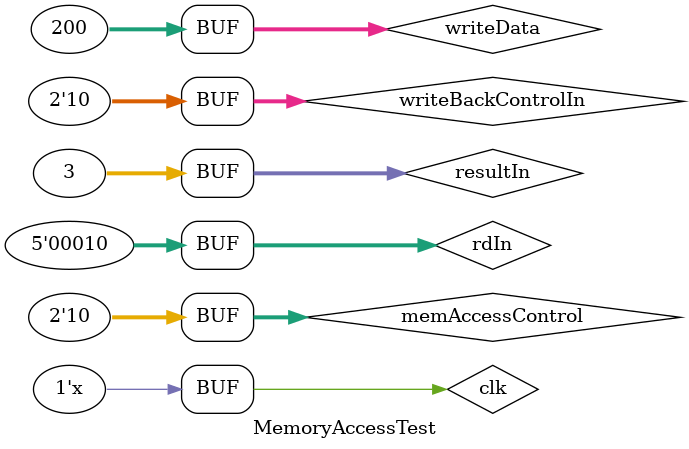
<source format=v>
`timescale 1ns / 1ps


module MemoryAccessTest;

	// Inputs
	reg [1:0] writeBackControlIn;
	reg [1:0] memAccessControl;
	reg [31:0] resultIn;
	reg [31:0] writeData;
	reg [4:0] rdIn;
	reg clk;

	// Outputs
	wire [1:0] writeBackControlOut;
	wire [31:0] readData;
	wire [31:0] resultOut;
	wire [4:0] rdOut;

	// Instantiate the Unit Under Test (UUT)
	MemoryAccess uut (
		.writeBackControlIn(writeBackControlIn), 
		.memAccessControl(memAccessControl), 
		.resultIn(resultIn), 
		.writeData(writeData), 
		.rdIn(rdIn), 
		.clk(clk), 
		.writeBackControlOut(writeBackControlOut), 
		.readData(readData), 
		.resultOut(resultOut), 
		.rdOut(rdOut)
	);

	initial begin
		clk = 0;
		
		#5 writeBackControlIn = 0;
		memAccessControl = 2;
		resultIn = 100;
		writeData = 20;
		rdIn = 5;
		
		#40 writeBackControlIn = 1;
		memAccessControl = 1;
		resultIn = 3;
		writeData = 200;
		rdIn = 1;
		
		#40 writeBackControlIn = 2;
		memAccessControl = 2;
		resultIn = 3;
		writeData = 200;
		rdIn = 2;
	end
	
	always begin
		#20 clk = ~clk;
	end
endmodule

</source>
